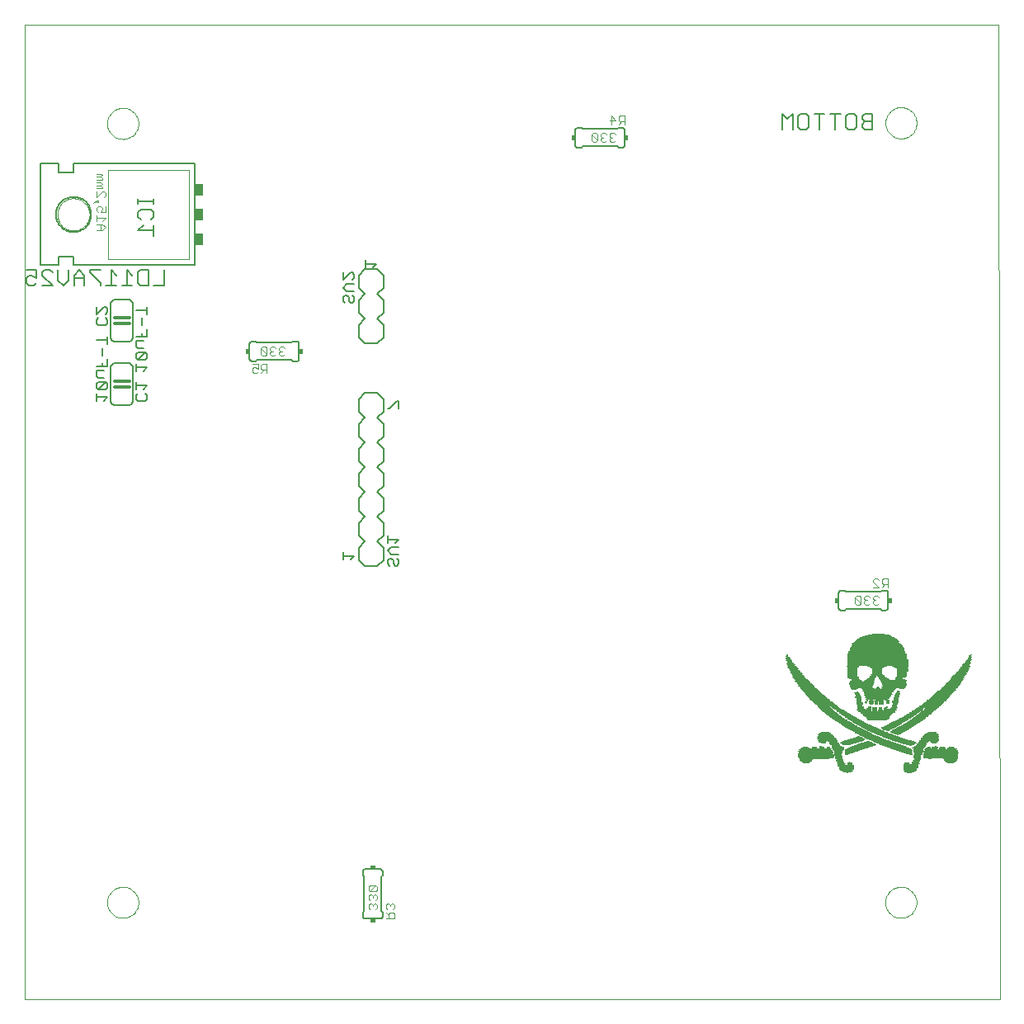
<source format=gbo>
G75*
%MOIN*%
%OFA0B0*%
%FSLAX24Y24*%
%IPPOS*%
%LPD*%
%AMOC8*
5,1,8,0,0,1.08239X$1,22.5*
%
%ADD10C,0.0000*%
%ADD11C,0.0060*%
%ADD12R,0.0066X0.0033*%
%ADD13R,0.0167X0.0033*%
%ADD14R,0.0334X0.0033*%
%ADD15R,0.0367X0.0033*%
%ADD16R,0.0466X0.0033*%
%ADD17R,0.0467X0.0033*%
%ADD18R,0.0500X0.0033*%
%ADD19R,0.0533X0.0033*%
%ADD20R,0.0567X0.0033*%
%ADD21R,0.0566X0.0033*%
%ADD22R,0.0600X0.0033*%
%ADD23R,0.0566X0.0033*%
%ADD24R,0.0600X0.0033*%
%ADD25R,0.0634X0.0033*%
%ADD26R,0.0633X0.0033*%
%ADD27R,0.0634X0.0033*%
%ADD28R,0.0633X0.0033*%
%ADD29R,0.0300X0.0033*%
%ADD30R,0.0233X0.0033*%
%ADD31R,0.0333X0.0033*%
%ADD32R,0.0233X0.0033*%
%ADD33R,0.0234X0.0033*%
%ADD34R,0.0267X0.0033*%
%ADD35R,0.0333X0.0033*%
%ADD36R,0.0033X0.0033*%
%ADD37R,0.0400X0.0033*%
%ADD38R,0.0434X0.0033*%
%ADD39R,0.0300X0.0033*%
%ADD40R,0.0266X0.0033*%
%ADD41R,0.0266X0.0033*%
%ADD42R,0.1200X0.0033*%
%ADD43R,0.0267X0.0033*%
%ADD44R,0.0133X0.0033*%
%ADD45R,0.1400X0.0033*%
%ADD46R,0.1434X0.0033*%
%ADD47R,0.1434X0.0033*%
%ADD48R,0.1433X0.0033*%
%ADD49R,0.1467X0.0033*%
%ADD50R,0.1433X0.0033*%
%ADD51R,0.0133X0.0033*%
%ADD52R,0.0366X0.0033*%
%ADD53R,0.0433X0.0033*%
%ADD54R,0.0466X0.0033*%
%ADD55R,0.1367X0.0033*%
%ADD56R,0.1367X0.0033*%
%ADD57R,0.0366X0.0033*%
%ADD58R,0.0533X0.0033*%
%ADD59R,0.0367X0.0033*%
%ADD60R,0.1333X0.0033*%
%ADD61R,0.0666X0.0033*%
%ADD62R,0.1334X0.0033*%
%ADD63R,0.1300X0.0033*%
%ADD64R,0.0434X0.0033*%
%ADD65R,0.0700X0.0033*%
%ADD66R,0.0733X0.0033*%
%ADD67R,0.1267X0.0033*%
%ADD68R,0.0766X0.0033*%
%ADD69R,0.0800X0.0033*%
%ADD70R,0.0433X0.0033*%
%ADD71R,0.0500X0.0033*%
%ADD72R,0.0400X0.0033*%
%ADD73R,0.0166X0.0033*%
%ADD74R,0.0800X0.0033*%
%ADD75R,0.0833X0.0033*%
%ADD76R,0.0200X0.0033*%
%ADD77R,0.0134X0.0033*%
%ADD78R,0.0100X0.0033*%
%ADD79R,0.0866X0.0033*%
%ADD80R,0.0867X0.0033*%
%ADD81R,0.0067X0.0033*%
%ADD82R,0.0866X0.0033*%
%ADD83R,0.0834X0.0033*%
%ADD84R,0.0100X0.0033*%
%ADD85R,0.0700X0.0033*%
%ADD86R,0.0767X0.0033*%
%ADD87R,0.0667X0.0033*%
%ADD88R,0.0734X0.0033*%
%ADD89R,0.0334X0.0033*%
%ADD90R,0.0767X0.0033*%
%ADD91R,0.0166X0.0033*%
%ADD92R,0.0734X0.0033*%
%ADD93R,0.0567X0.0033*%
%ADD94R,0.0733X0.0033*%
%ADD95R,0.0667X0.0033*%
%ADD96R,0.0067X0.0033*%
%ADD97R,0.0534X0.0033*%
%ADD98R,0.0534X0.0033*%
%ADD99R,0.0467X0.0033*%
%ADD100R,0.0933X0.0033*%
%ADD101R,0.1033X0.0033*%
%ADD102R,0.1100X0.0033*%
%ADD103R,0.1134X0.0033*%
%ADD104R,0.1500X0.0033*%
%ADD105R,0.0167X0.0033*%
%ADD106R,0.0200X0.0033*%
%ADD107R,0.0867X0.0033*%
%ADD108R,0.0134X0.0033*%
%ADD109R,0.0066X0.0033*%
%ADD110R,0.0833X0.0033*%
%ADD111R,0.0234X0.0033*%
%ADD112R,0.0766X0.0033*%
%ADD113R,0.0900X0.0033*%
%ADD114R,0.0967X0.0033*%
%ADD115R,0.1000X0.0033*%
%ADD116R,0.1034X0.0033*%
%ADD117R,0.1133X0.0033*%
%ADD118R,0.1166X0.0033*%
%ADD119R,0.1234X0.0033*%
%ADD120R,0.1267X0.0033*%
%ADD121R,0.1333X0.0033*%
%ADD122R,0.0900X0.0033*%
%ADD123R,0.0967X0.0033*%
%ADD124R,0.0934X0.0033*%
%ADD125R,0.1000X0.0033*%
%ADD126R,0.1033X0.0033*%
%ADD127R,0.1067X0.0033*%
%ADD128R,0.2467X0.0033*%
%ADD129R,0.2467X0.0033*%
%ADD130R,0.2433X0.0033*%
%ADD131R,0.2433X0.0033*%
%ADD132R,0.2367X0.0033*%
%ADD133R,0.2367X0.0033*%
%ADD134R,0.2300X0.0033*%
%ADD135R,0.2300X0.0033*%
%ADD136R,0.2233X0.0033*%
%ADD137R,0.2233X0.0033*%
%ADD138R,0.2200X0.0033*%
%ADD139R,0.2167X0.0033*%
%ADD140R,0.2134X0.0033*%
%ADD141R,0.2066X0.0033*%
%ADD142R,0.2000X0.0033*%
%ADD143R,0.1967X0.0033*%
%ADD144R,0.1900X0.0033*%
%ADD145R,0.1833X0.0033*%
%ADD146R,0.1800X0.0033*%
%ADD147R,0.1734X0.0033*%
%ADD148R,0.1666X0.0033*%
%ADD149R,0.1567X0.0033*%
%ADD150R,0.1466X0.0033*%
%ADD151R,0.1233X0.0033*%
%ADD152C,0.0040*%
%ADD153R,0.0150X0.0200*%
%ADD154R,0.0200X0.0150*%
%ADD155C,0.0050*%
%ADD156C,0.0020*%
%ADD157R,0.0350X0.0500*%
%ADD158C,0.0070*%
%ADD159C,0.0120*%
D10*
X000100Y000100D02*
X000100Y039496D01*
X039464Y039496D01*
X039503Y000100D01*
X000100Y000100D01*
X003445Y004029D02*
X003447Y004079D01*
X003453Y004129D01*
X003463Y004178D01*
X003477Y004226D01*
X003494Y004273D01*
X003515Y004318D01*
X003540Y004362D01*
X003568Y004403D01*
X003600Y004442D01*
X003634Y004479D01*
X003671Y004513D01*
X003711Y004543D01*
X003753Y004570D01*
X003797Y004594D01*
X003843Y004615D01*
X003890Y004631D01*
X003938Y004644D01*
X003988Y004653D01*
X004037Y004658D01*
X004088Y004659D01*
X004138Y004656D01*
X004187Y004649D01*
X004236Y004638D01*
X004284Y004623D01*
X004330Y004605D01*
X004375Y004583D01*
X004418Y004557D01*
X004459Y004528D01*
X004498Y004496D01*
X004534Y004461D01*
X004566Y004423D01*
X004596Y004383D01*
X004623Y004340D01*
X004646Y004296D01*
X004665Y004250D01*
X004681Y004202D01*
X004693Y004153D01*
X004701Y004104D01*
X004705Y004054D01*
X004705Y004004D01*
X004701Y003954D01*
X004693Y003905D01*
X004681Y003856D01*
X004665Y003808D01*
X004646Y003762D01*
X004623Y003718D01*
X004596Y003675D01*
X004566Y003635D01*
X004534Y003597D01*
X004498Y003562D01*
X004459Y003530D01*
X004418Y003501D01*
X004375Y003475D01*
X004330Y003453D01*
X004284Y003435D01*
X004236Y003420D01*
X004187Y003409D01*
X004138Y003402D01*
X004088Y003399D01*
X004037Y003400D01*
X003988Y003405D01*
X003938Y003414D01*
X003890Y003427D01*
X003843Y003443D01*
X003797Y003464D01*
X003753Y003488D01*
X003711Y003515D01*
X003671Y003545D01*
X003634Y003579D01*
X003600Y003616D01*
X003568Y003655D01*
X003540Y003696D01*
X003515Y003740D01*
X003494Y003785D01*
X003477Y003832D01*
X003463Y003880D01*
X003453Y003929D01*
X003447Y003979D01*
X003445Y004029D01*
X001435Y031818D02*
X001437Y031868D01*
X001443Y031918D01*
X001453Y031968D01*
X001466Y032016D01*
X001483Y032064D01*
X001504Y032110D01*
X001528Y032154D01*
X001556Y032196D01*
X001587Y032236D01*
X001621Y032273D01*
X001658Y032308D01*
X001697Y032339D01*
X001738Y032368D01*
X001782Y032393D01*
X001828Y032415D01*
X001875Y032433D01*
X001923Y032447D01*
X001972Y032458D01*
X002022Y032465D01*
X002072Y032468D01*
X002123Y032467D01*
X002173Y032462D01*
X002223Y032453D01*
X002271Y032441D01*
X002319Y032424D01*
X002365Y032404D01*
X002410Y032381D01*
X002453Y032354D01*
X002493Y032324D01*
X002531Y032291D01*
X002566Y032255D01*
X002599Y032216D01*
X002628Y032175D01*
X002654Y032132D01*
X002677Y032087D01*
X002696Y032040D01*
X002711Y031992D01*
X002723Y031943D01*
X002731Y031893D01*
X002735Y031843D01*
X002735Y031793D01*
X002731Y031743D01*
X002723Y031693D01*
X002711Y031644D01*
X002696Y031596D01*
X002677Y031549D01*
X002654Y031504D01*
X002628Y031461D01*
X002599Y031420D01*
X002566Y031381D01*
X002531Y031345D01*
X002493Y031312D01*
X002453Y031282D01*
X002410Y031255D01*
X002365Y031232D01*
X002319Y031212D01*
X002271Y031195D01*
X002223Y031183D01*
X002173Y031174D01*
X002123Y031169D01*
X002072Y031168D01*
X002022Y031171D01*
X001972Y031178D01*
X001923Y031189D01*
X001875Y031203D01*
X001828Y031221D01*
X001782Y031243D01*
X001738Y031268D01*
X001697Y031297D01*
X001658Y031328D01*
X001621Y031363D01*
X001587Y031400D01*
X001556Y031440D01*
X001528Y031482D01*
X001504Y031526D01*
X001483Y031572D01*
X001466Y031620D01*
X001453Y031668D01*
X001443Y031718D01*
X001437Y031768D01*
X001435Y031818D01*
X003446Y035494D02*
X003448Y035544D01*
X003454Y035594D01*
X003464Y035643D01*
X003478Y035691D01*
X003495Y035738D01*
X003516Y035783D01*
X003541Y035827D01*
X003569Y035868D01*
X003601Y035907D01*
X003635Y035944D01*
X003672Y035978D01*
X003712Y036008D01*
X003754Y036035D01*
X003798Y036059D01*
X003844Y036080D01*
X003891Y036096D01*
X003939Y036109D01*
X003989Y036118D01*
X004038Y036123D01*
X004089Y036124D01*
X004139Y036121D01*
X004188Y036114D01*
X004237Y036103D01*
X004285Y036088D01*
X004331Y036070D01*
X004376Y036048D01*
X004419Y036022D01*
X004460Y035993D01*
X004499Y035961D01*
X004535Y035926D01*
X004567Y035888D01*
X004597Y035848D01*
X004624Y035805D01*
X004647Y035761D01*
X004666Y035715D01*
X004682Y035667D01*
X004694Y035618D01*
X004702Y035569D01*
X004706Y035519D01*
X004706Y035469D01*
X004702Y035419D01*
X004694Y035370D01*
X004682Y035321D01*
X004666Y035273D01*
X004647Y035227D01*
X004624Y035183D01*
X004597Y035140D01*
X004567Y035100D01*
X004535Y035062D01*
X004499Y035027D01*
X004460Y034995D01*
X004419Y034966D01*
X004376Y034940D01*
X004331Y034918D01*
X004285Y034900D01*
X004237Y034885D01*
X004188Y034874D01*
X004139Y034867D01*
X004089Y034864D01*
X004038Y034865D01*
X003989Y034870D01*
X003939Y034879D01*
X003891Y034892D01*
X003844Y034908D01*
X003798Y034929D01*
X003754Y034953D01*
X003712Y034980D01*
X003672Y035010D01*
X003635Y035044D01*
X003601Y035081D01*
X003569Y035120D01*
X003541Y035161D01*
X003516Y035205D01*
X003495Y035250D01*
X003478Y035297D01*
X003464Y035345D01*
X003454Y035394D01*
X003448Y035444D01*
X003446Y035494D01*
X034883Y035517D02*
X034885Y035567D01*
X034891Y035617D01*
X034901Y035666D01*
X034915Y035714D01*
X034932Y035761D01*
X034953Y035806D01*
X034978Y035850D01*
X035006Y035891D01*
X035038Y035930D01*
X035072Y035967D01*
X035109Y036001D01*
X035149Y036031D01*
X035191Y036058D01*
X035235Y036082D01*
X035281Y036103D01*
X035328Y036119D01*
X035376Y036132D01*
X035426Y036141D01*
X035475Y036146D01*
X035526Y036147D01*
X035576Y036144D01*
X035625Y036137D01*
X035674Y036126D01*
X035722Y036111D01*
X035768Y036093D01*
X035813Y036071D01*
X035856Y036045D01*
X035897Y036016D01*
X035936Y035984D01*
X035972Y035949D01*
X036004Y035911D01*
X036034Y035871D01*
X036061Y035828D01*
X036084Y035784D01*
X036103Y035738D01*
X036119Y035690D01*
X036131Y035641D01*
X036139Y035592D01*
X036143Y035542D01*
X036143Y035492D01*
X036139Y035442D01*
X036131Y035393D01*
X036119Y035344D01*
X036103Y035296D01*
X036084Y035250D01*
X036061Y035206D01*
X036034Y035163D01*
X036004Y035123D01*
X035972Y035085D01*
X035936Y035050D01*
X035897Y035018D01*
X035856Y034989D01*
X035813Y034963D01*
X035768Y034941D01*
X035722Y034923D01*
X035674Y034908D01*
X035625Y034897D01*
X035576Y034890D01*
X035526Y034887D01*
X035475Y034888D01*
X035426Y034893D01*
X035376Y034902D01*
X035328Y034915D01*
X035281Y034931D01*
X035235Y034952D01*
X035191Y034976D01*
X035149Y035003D01*
X035109Y035033D01*
X035072Y035067D01*
X035038Y035104D01*
X035006Y035143D01*
X034978Y035184D01*
X034953Y035228D01*
X034932Y035273D01*
X034915Y035320D01*
X034901Y035368D01*
X034891Y035417D01*
X034885Y035467D01*
X034883Y035517D01*
X034876Y004029D02*
X034878Y004079D01*
X034884Y004129D01*
X034894Y004178D01*
X034908Y004226D01*
X034925Y004273D01*
X034946Y004318D01*
X034971Y004362D01*
X034999Y004403D01*
X035031Y004442D01*
X035065Y004479D01*
X035102Y004513D01*
X035142Y004543D01*
X035184Y004570D01*
X035228Y004594D01*
X035274Y004615D01*
X035321Y004631D01*
X035369Y004644D01*
X035419Y004653D01*
X035468Y004658D01*
X035519Y004659D01*
X035569Y004656D01*
X035618Y004649D01*
X035667Y004638D01*
X035715Y004623D01*
X035761Y004605D01*
X035806Y004583D01*
X035849Y004557D01*
X035890Y004528D01*
X035929Y004496D01*
X035965Y004461D01*
X035997Y004423D01*
X036027Y004383D01*
X036054Y004340D01*
X036077Y004296D01*
X036096Y004250D01*
X036112Y004202D01*
X036124Y004153D01*
X036132Y004104D01*
X036136Y004054D01*
X036136Y004004D01*
X036132Y003954D01*
X036124Y003905D01*
X036112Y003856D01*
X036096Y003808D01*
X036077Y003762D01*
X036054Y003718D01*
X036027Y003675D01*
X035997Y003635D01*
X035965Y003597D01*
X035929Y003562D01*
X035890Y003530D01*
X035849Y003501D01*
X035806Y003475D01*
X035761Y003453D01*
X035715Y003435D01*
X035667Y003420D01*
X035618Y003409D01*
X035569Y003402D01*
X035519Y003399D01*
X035468Y003400D01*
X035419Y003405D01*
X035369Y003414D01*
X035321Y003427D01*
X035274Y003443D01*
X035228Y003464D01*
X035184Y003488D01*
X035142Y003515D01*
X035102Y003545D01*
X035065Y003579D01*
X035031Y003616D01*
X034999Y003655D01*
X034971Y003696D01*
X034946Y003740D01*
X034925Y003785D01*
X034908Y003832D01*
X034894Y003880D01*
X034884Y003929D01*
X034878Y003979D01*
X034876Y004029D01*
D11*
X034893Y015830D02*
X034743Y015830D01*
X034693Y015880D01*
X033293Y015880D01*
X033243Y015830D01*
X033093Y015830D01*
X033076Y015832D01*
X033059Y015836D01*
X033043Y015843D01*
X033029Y015853D01*
X033016Y015866D01*
X033006Y015880D01*
X032999Y015896D01*
X032995Y015913D01*
X032993Y015930D01*
X032993Y016530D01*
X032995Y016547D01*
X032999Y016564D01*
X033006Y016580D01*
X033016Y016594D01*
X033029Y016607D01*
X033043Y016617D01*
X033059Y016624D01*
X033076Y016628D01*
X033093Y016630D01*
X033243Y016630D01*
X033293Y016580D01*
X034693Y016580D01*
X034743Y016630D01*
X034893Y016630D01*
X034910Y016628D01*
X034927Y016624D01*
X034943Y016617D01*
X034957Y016607D01*
X034970Y016594D01*
X034980Y016580D01*
X034987Y016564D01*
X034991Y016547D01*
X034993Y016530D01*
X034993Y015930D01*
X034991Y015913D01*
X034987Y015896D01*
X034980Y015880D01*
X034970Y015866D01*
X034957Y015853D01*
X034943Y015843D01*
X034927Y015836D01*
X034910Y015832D01*
X034893Y015830D01*
X024253Y034519D02*
X024103Y034519D01*
X024053Y034569D01*
X022653Y034569D01*
X022603Y034519D01*
X022453Y034519D01*
X022436Y034521D01*
X022419Y034525D01*
X022403Y034532D01*
X022389Y034542D01*
X022376Y034555D01*
X022366Y034569D01*
X022359Y034585D01*
X022355Y034602D01*
X022353Y034619D01*
X022353Y035219D01*
X022355Y035236D01*
X022359Y035253D01*
X022366Y035269D01*
X022376Y035283D01*
X022389Y035296D01*
X022403Y035306D01*
X022419Y035313D01*
X022436Y035317D01*
X022453Y035319D01*
X022603Y035319D01*
X022653Y035269D01*
X024053Y035269D01*
X024103Y035319D01*
X024253Y035319D01*
X024270Y035317D01*
X024287Y035313D01*
X024303Y035306D01*
X024317Y035296D01*
X024330Y035283D01*
X024340Y035269D01*
X024347Y035253D01*
X024351Y035236D01*
X024353Y035219D01*
X024353Y034619D01*
X024351Y034602D01*
X024347Y034585D01*
X024340Y034569D01*
X024330Y034555D01*
X024317Y034542D01*
X024303Y034532D01*
X024287Y034525D01*
X024270Y034521D01*
X024253Y034519D01*
X030712Y035248D02*
X030712Y035889D01*
X030925Y035675D01*
X031139Y035889D01*
X031139Y035248D01*
X031356Y035355D02*
X031356Y035782D01*
X031463Y035889D01*
X031676Y035889D01*
X031783Y035782D01*
X031783Y035355D01*
X031676Y035248D01*
X031463Y035248D01*
X031356Y035355D01*
X032001Y035889D02*
X032428Y035889D01*
X032214Y035889D02*
X032214Y035248D01*
X032859Y035248D02*
X032859Y035889D01*
X033072Y035889D02*
X032645Y035889D01*
X033290Y035782D02*
X033290Y035355D01*
X033397Y035248D01*
X033610Y035248D01*
X033717Y035355D01*
X033717Y035782D01*
X033610Y035889D01*
X033397Y035889D01*
X033290Y035782D01*
X033934Y035782D02*
X033934Y035675D01*
X034041Y035568D01*
X034361Y035568D01*
X034361Y035248D02*
X034041Y035248D01*
X033934Y035355D01*
X033934Y035462D01*
X034041Y035568D01*
X033934Y035782D02*
X034041Y035889D01*
X034361Y035889D01*
X034361Y035248D01*
X014600Y029350D02*
X014600Y028850D01*
X014350Y028600D01*
X014600Y028350D01*
X014600Y027850D01*
X014350Y027600D01*
X014600Y027350D01*
X014600Y026850D01*
X014350Y026600D01*
X013850Y026600D01*
X013600Y026850D01*
X013600Y027350D01*
X013850Y027600D01*
X013600Y027850D01*
X013600Y028350D01*
X013850Y028600D01*
X013600Y028850D01*
X013600Y029350D01*
X013850Y029600D01*
X014350Y029600D01*
X014600Y029350D01*
X011198Y026595D02*
X011198Y025995D01*
X011196Y025978D01*
X011192Y025961D01*
X011185Y025945D01*
X011175Y025931D01*
X011162Y025918D01*
X011148Y025908D01*
X011132Y025901D01*
X011115Y025897D01*
X011098Y025895D01*
X010948Y025895D01*
X010898Y025945D01*
X009498Y025945D01*
X009448Y025895D01*
X009298Y025895D01*
X009281Y025897D01*
X009264Y025901D01*
X009248Y025908D01*
X009234Y025918D01*
X009221Y025931D01*
X009211Y025945D01*
X009204Y025961D01*
X009200Y025978D01*
X009198Y025995D01*
X009198Y026595D01*
X009200Y026612D01*
X009204Y026629D01*
X009211Y026645D01*
X009221Y026659D01*
X009234Y026672D01*
X009248Y026682D01*
X009264Y026689D01*
X009281Y026693D01*
X009298Y026695D01*
X009448Y026695D01*
X009498Y026645D01*
X010898Y026645D01*
X010948Y026695D01*
X011098Y026695D01*
X011115Y026693D01*
X011132Y026689D01*
X011148Y026682D01*
X011162Y026672D01*
X011175Y026659D01*
X011185Y026645D01*
X011192Y026629D01*
X011196Y026612D01*
X011198Y026595D01*
X013600Y024350D02*
X013600Y023850D01*
X013850Y023600D01*
X013600Y023350D01*
X013600Y022850D01*
X013850Y022600D01*
X013600Y022350D01*
X013600Y021850D01*
X013850Y021600D01*
X013600Y021350D01*
X013600Y020850D01*
X013850Y020600D01*
X013600Y020350D01*
X013600Y019850D01*
X013850Y019600D01*
X013600Y019350D01*
X013600Y018850D01*
X013850Y018600D01*
X013600Y018350D01*
X013600Y017850D01*
X013850Y017600D01*
X014350Y017600D01*
X014600Y017850D01*
X014600Y018350D01*
X014350Y018600D01*
X014600Y018850D01*
X014600Y019350D01*
X014350Y019600D01*
X014600Y019850D01*
X014600Y020350D01*
X014350Y020600D01*
X014600Y020850D01*
X014600Y021350D01*
X014350Y021600D01*
X014600Y021850D01*
X014600Y022350D01*
X014350Y022600D01*
X014600Y022850D01*
X014600Y023350D01*
X014350Y023600D01*
X014600Y023850D01*
X014600Y024350D01*
X014350Y024600D01*
X013850Y024600D01*
X013600Y024350D01*
X006985Y029768D02*
X002085Y029768D01*
X002085Y030118D01*
X001485Y030118D01*
X001485Y029768D01*
X000735Y029768D01*
X000735Y033868D01*
X001485Y033868D01*
X001485Y033518D01*
X002085Y033518D01*
X002085Y033868D01*
X006985Y033868D01*
X006985Y029768D01*
X004483Y028181D02*
X004483Y026881D01*
X004481Y026855D01*
X004476Y026829D01*
X004468Y026804D01*
X004456Y026781D01*
X004442Y026759D01*
X004424Y026740D01*
X004405Y026722D01*
X004383Y026708D01*
X004360Y026696D01*
X004335Y026688D01*
X004309Y026683D01*
X004283Y026681D01*
X003783Y026681D01*
X003757Y026683D01*
X003731Y026688D01*
X003706Y026696D01*
X003683Y026708D01*
X003661Y026722D01*
X003642Y026740D01*
X003624Y026759D01*
X003610Y026781D01*
X003598Y026804D01*
X003590Y026829D01*
X003585Y026855D01*
X003583Y026881D01*
X003583Y028181D01*
X003585Y028207D01*
X003590Y028233D01*
X003598Y028258D01*
X003610Y028281D01*
X003624Y028303D01*
X003642Y028322D01*
X003661Y028340D01*
X003683Y028354D01*
X003706Y028366D01*
X003731Y028374D01*
X003757Y028379D01*
X003783Y028381D01*
X004283Y028381D01*
X004309Y028379D01*
X004335Y028374D01*
X004360Y028366D01*
X004383Y028354D01*
X004405Y028340D01*
X004424Y028322D01*
X004442Y028303D01*
X004456Y028281D01*
X004468Y028258D01*
X004476Y028233D01*
X004481Y028207D01*
X004483Y028181D01*
X004283Y025814D02*
X003783Y025814D01*
X003757Y025812D01*
X003731Y025807D01*
X003706Y025799D01*
X003683Y025787D01*
X003661Y025773D01*
X003642Y025755D01*
X003624Y025736D01*
X003610Y025714D01*
X003598Y025691D01*
X003590Y025666D01*
X003585Y025640D01*
X003583Y025614D01*
X003583Y024314D01*
X003585Y024288D01*
X003590Y024262D01*
X003598Y024237D01*
X003610Y024214D01*
X003624Y024192D01*
X003642Y024173D01*
X003661Y024155D01*
X003683Y024141D01*
X003706Y024129D01*
X003731Y024121D01*
X003757Y024116D01*
X003783Y024114D01*
X004283Y024114D01*
X004309Y024116D01*
X004335Y024121D01*
X004360Y024129D01*
X004383Y024141D01*
X004405Y024155D01*
X004424Y024173D01*
X004442Y024192D01*
X004456Y024214D01*
X004468Y024237D01*
X004476Y024262D01*
X004481Y024288D01*
X004483Y024314D01*
X004483Y025614D01*
X004481Y025640D01*
X004476Y025666D01*
X004468Y025691D01*
X004456Y025714D01*
X004442Y025736D01*
X004424Y025755D01*
X004405Y025773D01*
X004383Y025787D01*
X004360Y025799D01*
X004335Y025807D01*
X004309Y025812D01*
X004283Y025814D01*
X001375Y031818D02*
X001377Y031871D01*
X001383Y031924D01*
X001393Y031976D01*
X001407Y032027D01*
X001424Y032077D01*
X001445Y032126D01*
X001470Y032173D01*
X001498Y032218D01*
X001530Y032261D01*
X001565Y032301D01*
X001602Y032338D01*
X001642Y032373D01*
X001685Y032405D01*
X001730Y032433D01*
X001777Y032458D01*
X001826Y032479D01*
X001876Y032496D01*
X001927Y032510D01*
X001979Y032520D01*
X002032Y032526D01*
X002085Y032528D01*
X002138Y032526D01*
X002191Y032520D01*
X002243Y032510D01*
X002294Y032496D01*
X002344Y032479D01*
X002393Y032458D01*
X002440Y032433D01*
X002485Y032405D01*
X002528Y032373D01*
X002568Y032338D01*
X002605Y032301D01*
X002640Y032261D01*
X002672Y032218D01*
X002700Y032173D01*
X002725Y032126D01*
X002746Y032077D01*
X002763Y032027D01*
X002777Y031976D01*
X002787Y031924D01*
X002793Y031871D01*
X002795Y031818D01*
X002793Y031765D01*
X002787Y031712D01*
X002777Y031660D01*
X002763Y031609D01*
X002746Y031559D01*
X002725Y031510D01*
X002700Y031463D01*
X002672Y031418D01*
X002640Y031375D01*
X002605Y031335D01*
X002568Y031298D01*
X002528Y031263D01*
X002485Y031231D01*
X002440Y031203D01*
X002393Y031178D01*
X002344Y031157D01*
X002294Y031140D01*
X002243Y031126D01*
X002191Y031116D01*
X002138Y031110D01*
X002085Y031108D01*
X002032Y031110D01*
X001979Y031116D01*
X001927Y031126D01*
X001876Y031140D01*
X001826Y031157D01*
X001777Y031178D01*
X001730Y031203D01*
X001685Y031231D01*
X001642Y031263D01*
X001602Y031298D01*
X001565Y031335D01*
X001530Y031375D01*
X001498Y031418D01*
X001470Y031463D01*
X001445Y031510D01*
X001424Y031559D01*
X001407Y031609D01*
X001393Y031660D01*
X001383Y031712D01*
X001377Y031765D01*
X001375Y031818D01*
X013871Y005372D02*
X014471Y005372D01*
X014488Y005370D01*
X014505Y005366D01*
X014521Y005359D01*
X014535Y005349D01*
X014548Y005336D01*
X014558Y005322D01*
X014565Y005306D01*
X014569Y005289D01*
X014571Y005272D01*
X014571Y005122D01*
X014521Y005072D01*
X014521Y003672D01*
X014571Y003622D01*
X014571Y003472D01*
X014569Y003455D01*
X014565Y003438D01*
X014558Y003422D01*
X014548Y003408D01*
X014535Y003395D01*
X014521Y003385D01*
X014505Y003378D01*
X014488Y003374D01*
X014471Y003372D01*
X013871Y003372D01*
X013854Y003374D01*
X013837Y003378D01*
X013821Y003385D01*
X013807Y003395D01*
X013794Y003408D01*
X013784Y003422D01*
X013777Y003438D01*
X013773Y003455D01*
X013771Y003472D01*
X013771Y003622D01*
X013821Y003672D01*
X013821Y005072D01*
X013771Y005122D01*
X013771Y005272D01*
X013773Y005289D01*
X013777Y005306D01*
X013784Y005322D01*
X013794Y005336D01*
X013807Y005349D01*
X013821Y005359D01*
X013837Y005366D01*
X013854Y005370D01*
X013871Y005372D01*
D12*
X033335Y009248D03*
X034135Y012148D03*
X034135Y012181D03*
D13*
X034318Y012148D03*
X034318Y012081D03*
X034318Y012048D03*
X034451Y011881D03*
X034451Y011848D03*
X034451Y011781D03*
X034451Y011748D03*
X034218Y011848D03*
X034518Y012148D03*
X034718Y012148D03*
X034718Y012181D03*
X034718Y012081D03*
X034718Y012048D03*
X034951Y012181D03*
X033718Y012481D03*
X032018Y010281D03*
X033451Y009648D03*
X035751Y009648D03*
X035851Y009248D03*
X036618Y010248D03*
X030951Y013848D03*
X030951Y013881D03*
D14*
X033035Y011781D03*
X032435Y010881D03*
X031635Y010248D03*
X033335Y009281D03*
X038135Y013548D03*
D15*
X036151Y011748D03*
X036051Y011681D03*
X035851Y011548D03*
X036418Y010481D03*
X036351Y010381D03*
X036218Y010148D03*
X036218Y010081D03*
X035851Y009281D03*
X033318Y011581D03*
X033218Y011648D03*
X032818Y010448D03*
X032851Y010381D03*
X034251Y012981D03*
X034818Y013048D03*
X031151Y013481D03*
D16*
X033335Y010414D03*
X033335Y009314D03*
D17*
X032968Y010214D03*
X033768Y011314D03*
X033568Y013114D03*
X033568Y013514D03*
X035568Y013414D03*
X037901Y013214D03*
X037501Y009714D03*
X035868Y009314D03*
D18*
X036218Y010248D03*
X036285Y011481D03*
X036385Y011548D03*
X036418Y011581D03*
X036518Y011648D03*
X036552Y011681D03*
X036618Y011748D03*
X036752Y011848D03*
X035385Y011281D03*
X035318Y011248D03*
X035052Y011748D03*
X033885Y011248D03*
X033818Y011281D03*
X033118Y011348D03*
X032985Y011448D03*
X032918Y011481D03*
X032852Y011548D03*
X032785Y011581D03*
X032718Y011648D03*
X032685Y011681D03*
X032585Y011748D03*
X032552Y011781D03*
X032485Y011848D03*
X032452Y011881D03*
X031452Y013048D03*
X031418Y013081D03*
X033585Y013548D03*
X033718Y012948D03*
X034552Y013481D03*
X035552Y013481D03*
X034618Y014848D03*
X037785Y013048D03*
X037852Y013148D03*
X037885Y013181D03*
X034152Y010448D03*
X032985Y010281D03*
X032985Y010248D03*
X033318Y009348D03*
X031685Y009748D03*
D19*
X033068Y011381D03*
X033268Y011248D03*
X034001Y011181D03*
X034068Y011148D03*
X034968Y011048D03*
X035201Y011181D03*
X035068Y011781D03*
X036001Y011281D03*
X036101Y011348D03*
X037501Y009781D03*
X037501Y009748D03*
X035868Y009348D03*
X034168Y012648D03*
X034568Y013181D03*
X031501Y012981D03*
X037701Y012948D03*
X037801Y013081D03*
D20*
X037651Y012881D03*
X037618Y012848D03*
X035651Y011081D03*
X034018Y011781D03*
X033451Y011148D03*
X033551Y011081D03*
X033618Y011048D03*
X032451Y010781D03*
X033318Y009381D03*
X031518Y012948D03*
D21*
X031585Y012881D03*
X033385Y011181D03*
X031685Y009781D03*
X035885Y009381D03*
X035785Y011148D03*
D22*
X035368Y010914D03*
X034335Y011014D03*
X033868Y010914D03*
X033668Y011014D03*
X033302Y009414D03*
X031635Y012814D03*
X034535Y013514D03*
X037602Y012814D03*
X037502Y009814D03*
D23*
X035885Y009414D03*
X035685Y010114D03*
X035885Y011214D03*
X035085Y011114D03*
X033485Y011114D03*
X037685Y012914D03*
D24*
X037568Y012781D03*
X037535Y012748D03*
X036735Y010781D03*
X035602Y011048D03*
X035435Y010948D03*
X035002Y011081D03*
X034402Y010981D03*
X034268Y011048D03*
X034202Y011081D03*
X033935Y010881D03*
X033802Y010948D03*
X033735Y010981D03*
X032468Y010748D03*
X033302Y009481D03*
X033302Y009448D03*
X035902Y009448D03*
X035902Y009481D03*
X035002Y012648D03*
X031668Y012781D03*
X031602Y012848D03*
D25*
X033285Y009514D03*
D26*
X034051Y010814D03*
X034551Y010914D03*
X035918Y009514D03*
X037418Y012614D03*
X037518Y012714D03*
X031718Y012714D03*
D27*
X031685Y012748D03*
X031785Y012648D03*
X033385Y010448D03*
X033985Y010848D03*
X034185Y010748D03*
X034485Y010948D03*
X035485Y010981D03*
X037485Y012681D03*
X035485Y013548D03*
X033285Y009548D03*
D28*
X033551Y010148D03*
X034118Y010781D03*
X034718Y010848D03*
X035918Y009581D03*
X035918Y009548D03*
X036718Y010748D03*
X037451Y012648D03*
X031751Y012681D03*
D29*
X031085Y013581D03*
X031052Y013648D03*
X032885Y011881D03*
X032918Y011848D03*
X033652Y012648D03*
X034318Y013048D03*
X034718Y013148D03*
X035452Y013081D03*
X035452Y013048D03*
X036285Y011848D03*
X034952Y010981D03*
X036185Y009948D03*
X036185Y009881D03*
X036185Y009848D03*
X036152Y009748D03*
X036118Y009681D03*
X036118Y009648D03*
X037552Y010248D03*
X038152Y013581D03*
X038185Y013648D03*
X032985Y009981D03*
X032985Y009948D03*
X033018Y009881D03*
X033018Y009848D03*
X033052Y009748D03*
X033085Y009648D03*
X033118Y009581D03*
X032352Y010481D03*
D30*
X032318Y010248D03*
X032018Y010248D03*
X033451Y009581D03*
X033851Y011948D03*
X033851Y011981D03*
X033818Y012148D03*
X033818Y012181D03*
X035251Y011981D03*
X035251Y011948D03*
X035318Y012248D03*
X035318Y012281D03*
X035351Y012381D03*
X037551Y010281D03*
X038218Y013748D03*
X031018Y013748D03*
D31*
X031068Y013614D03*
X033901Y011814D03*
X033101Y009614D03*
X036101Y009614D03*
X036201Y010014D03*
X036101Y011714D03*
D32*
X035251Y011914D03*
X035318Y012214D03*
X033818Y012214D03*
X033818Y012114D03*
X033351Y010014D03*
X033451Y009614D03*
X035751Y009614D03*
X038218Y013714D03*
X031018Y013714D03*
D33*
X030985Y013781D03*
X033785Y012281D03*
X034385Y013148D03*
X035285Y012148D03*
X035285Y012081D03*
X036885Y010281D03*
X036885Y010248D03*
X037185Y010248D03*
X031685Y009648D03*
D34*
X033068Y009681D03*
X033801Y010681D03*
X033868Y011848D03*
X033868Y011881D03*
X035201Y011848D03*
X036168Y009781D03*
X037501Y009648D03*
X038201Y013681D03*
D35*
X036201Y011781D03*
X036001Y011648D03*
X036768Y010881D03*
X036201Y010048D03*
X036201Y009981D03*
X035868Y010381D03*
X034168Y010481D03*
X033301Y010381D03*
X033401Y010048D03*
X032968Y010048D03*
X031668Y009681D03*
X033068Y011748D03*
X033168Y011681D03*
X034768Y013081D03*
X031101Y013548D03*
D36*
X034118Y012048D03*
X035651Y013081D03*
X033451Y009681D03*
D37*
X032968Y010148D03*
X033768Y010648D03*
X033535Y011448D03*
X033368Y011548D03*
X033702Y012981D03*
X033535Y013281D03*
X033535Y013348D03*
X033535Y013381D03*
X034535Y013381D03*
X034535Y013348D03*
X035535Y013181D03*
X035535Y013148D03*
X035902Y011581D03*
X035735Y011481D03*
X035335Y010848D03*
X036302Y010348D03*
X037502Y009681D03*
X038002Y013348D03*
X038035Y013381D03*
X038068Y013448D03*
X031235Y013348D03*
X031202Y013381D03*
X031168Y013448D03*
D38*
X033585Y011414D03*
X031685Y009714D03*
X036285Y010314D03*
X037985Y013314D03*
D39*
X038152Y013614D03*
X035185Y011814D03*
X034752Y013114D03*
X032985Y011814D03*
X032852Y011914D03*
X032985Y010014D03*
X033018Y009914D03*
X033018Y009814D03*
X033052Y009714D03*
X036185Y009914D03*
D40*
X036135Y009714D03*
X035835Y010014D03*
X033835Y012014D03*
D41*
X033835Y012048D03*
X033835Y012081D03*
X034335Y013081D03*
X035235Y011881D03*
X036835Y010481D03*
X033035Y009781D03*
X031035Y013681D03*
D42*
X034602Y012514D03*
X034535Y011614D03*
X032002Y009814D03*
D43*
X033868Y011914D03*
X034368Y013114D03*
X035368Y010814D03*
X036168Y009814D03*
X037168Y010214D03*
D44*
X036668Y009814D03*
X034668Y011814D03*
X034501Y012014D03*
X034501Y012114D03*
X034301Y012014D03*
X034968Y012114D03*
X035401Y012514D03*
X038301Y013914D03*
D45*
X034568Y011681D03*
X037135Y010048D03*
X037102Y009881D03*
X037102Y009848D03*
X032068Y009848D03*
X032068Y010048D03*
X032068Y010081D03*
D46*
X032085Y009881D03*
D47*
X032085Y009914D03*
D48*
X032051Y010014D03*
X037118Y010014D03*
X037118Y009914D03*
D49*
X032068Y009948D03*
X032068Y009981D03*
D50*
X037118Y009981D03*
X037118Y009948D03*
D51*
X035901Y009981D03*
X034968Y010948D03*
X034668Y011848D03*
X034668Y011881D03*
X034901Y011881D03*
X034968Y012048D03*
X034968Y012081D03*
X034968Y012148D03*
X034501Y012081D03*
X034501Y012048D03*
X034301Y012181D03*
X034568Y012681D03*
X033301Y009981D03*
X032568Y010281D03*
D52*
X032785Y010481D03*
X032885Y010348D03*
X032985Y010081D03*
X035785Y010048D03*
X036385Y010448D03*
X038085Y013481D03*
D53*
X037951Y013281D03*
X035551Y013281D03*
X035551Y013248D03*
X034551Y013248D03*
X034551Y013281D03*
X034551Y013448D03*
X034218Y012948D03*
X033618Y013048D03*
X033551Y013148D03*
X033551Y013181D03*
X033551Y013248D03*
X033551Y013448D03*
X033551Y013481D03*
X036751Y010848D03*
X036218Y010181D03*
X033451Y010081D03*
D54*
X032435Y010848D03*
X033635Y011381D03*
X031335Y013181D03*
X035735Y010081D03*
X036235Y010281D03*
X037935Y013248D03*
D55*
X037118Y010081D03*
D56*
X037118Y010114D03*
X034551Y014714D03*
X032051Y010114D03*
D57*
X032985Y010114D03*
X033685Y013014D03*
X034285Y013014D03*
X031185Y013414D03*
D58*
X031468Y013014D03*
X033168Y011314D03*
X033501Y010114D03*
X035268Y011214D03*
X036201Y011414D03*
X036468Y011614D03*
X037768Y013014D03*
D59*
X038118Y013514D03*
X035951Y011614D03*
X036351Y010414D03*
X036218Y010114D03*
X033118Y011714D03*
X032751Y010514D03*
X032818Y010414D03*
X031118Y013514D03*
D60*
X032068Y010148D03*
D61*
X034335Y010681D03*
X034635Y010881D03*
X035635Y010148D03*
X031935Y012481D03*
X031835Y012581D03*
D62*
X037135Y010148D03*
D63*
X037118Y010181D03*
X034552Y011648D03*
X032052Y010181D03*
D64*
X032985Y010181D03*
X033485Y011481D03*
X033585Y013081D03*
X031285Y013281D03*
X035685Y011448D03*
D65*
X035452Y010581D03*
X035252Y010648D03*
X035152Y010681D03*
X034585Y010581D03*
X034418Y010648D03*
X033718Y010581D03*
X033618Y010181D03*
X032485Y010681D03*
X036685Y010648D03*
X037152Y012348D03*
X037185Y012381D03*
X037252Y012448D03*
X037285Y012481D03*
X037352Y012548D03*
D66*
X037068Y012281D03*
X036668Y010581D03*
X035568Y010181D03*
X034668Y010548D03*
X032501Y010648D03*
X032068Y012348D03*
D67*
X032068Y010214D03*
D68*
X033685Y010214D03*
X036885Y012114D03*
D69*
X036768Y012014D03*
X035002Y010414D03*
X035502Y010214D03*
X032335Y012114D03*
D70*
X031318Y013214D03*
X031251Y013314D03*
X033551Y013214D03*
X034851Y013014D03*
X035551Y013314D03*
X035618Y011414D03*
X034951Y011014D03*
X036218Y010214D03*
X032918Y010314D03*
D71*
X032452Y010814D03*
X032885Y011514D03*
X033018Y011414D03*
X032752Y011614D03*
X032618Y011714D03*
X032518Y011814D03*
X032418Y011914D03*
X031385Y013114D03*
X033952Y011214D03*
X035452Y011314D03*
X035852Y010414D03*
X036752Y010214D03*
X036585Y011714D03*
X036718Y011814D03*
X037818Y013114D03*
X034552Y013214D03*
D72*
X034535Y013314D03*
X034535Y013414D03*
X035502Y013114D03*
X035468Y013014D03*
X035535Y013214D03*
X035802Y011514D03*
X036435Y010514D03*
X037568Y010214D03*
X038035Y013414D03*
X033535Y013414D03*
X033535Y013314D03*
X033268Y011614D03*
X033435Y011514D03*
D73*
X034885Y011848D03*
X035385Y012481D03*
X038285Y013848D03*
X038285Y013881D03*
X032585Y010248D03*
D74*
X033768Y010248D03*
X032535Y011948D03*
X032502Y011981D03*
X032402Y012048D03*
X032368Y012081D03*
X036735Y011981D03*
X036802Y012048D03*
X036935Y012148D03*
D75*
X035451Y010248D03*
X035351Y010281D03*
X034118Y010381D03*
X033851Y010281D03*
D76*
X032368Y010448D03*
X032302Y010281D03*
X031635Y010281D03*
X033802Y012248D03*
X033768Y012348D03*
X033768Y012381D03*
X033735Y012448D03*
X034568Y012648D03*
X035335Y012348D03*
X035368Y012448D03*
X035535Y012648D03*
X035302Y012181D03*
X035268Y012048D03*
X034668Y011781D03*
X034668Y011748D03*
X036835Y010448D03*
X037168Y010281D03*
X038235Y013781D03*
D77*
X036635Y010281D03*
X034535Y012181D03*
X034235Y011881D03*
D78*
X034118Y012114D03*
X033818Y010714D03*
X032285Y010314D03*
D79*
X033935Y010314D03*
D80*
X034568Y011414D03*
X035268Y010314D03*
X034601Y014814D03*
D81*
X034568Y012714D03*
X036901Y010314D03*
X030901Y014014D03*
D82*
X034035Y010348D03*
D83*
X035085Y010381D03*
X035185Y010348D03*
X036685Y011948D03*
D84*
X035418Y012548D03*
X034118Y012081D03*
X035918Y010348D03*
X038318Y013948D03*
X038318Y013981D03*
X030918Y013948D03*
D85*
X032018Y012414D03*
X034152Y010414D03*
X034485Y010614D03*
X035352Y010614D03*
X037218Y012414D03*
X037318Y012514D03*
D86*
X036951Y012181D03*
X036851Y012081D03*
X036651Y010548D03*
X035551Y010548D03*
X034918Y010448D03*
X034818Y010481D03*
X034551Y011381D03*
X033618Y010548D03*
X032551Y010548D03*
X032251Y012181D03*
X034551Y013548D03*
D87*
X034868Y010781D03*
X034968Y010748D03*
X035801Y010448D03*
X036701Y010681D03*
X037401Y012581D03*
X031968Y012448D03*
X031868Y012548D03*
D88*
X032035Y012381D03*
X032135Y012281D03*
X032535Y010581D03*
X033435Y010481D03*
X035735Y010481D03*
X037035Y012248D03*
D89*
X036235Y011814D03*
X036835Y010514D03*
X032335Y010514D03*
D90*
X032518Y010614D03*
X033551Y010514D03*
X032218Y012214D03*
X035651Y010514D03*
D91*
X034185Y010514D03*
D92*
X034735Y010514D03*
D93*
X035551Y011014D03*
X035718Y011114D03*
X033751Y010614D03*
X031551Y012914D03*
X035518Y013514D03*
D94*
X037001Y012214D03*
X037101Y012314D03*
X036668Y010614D03*
X032101Y012314D03*
D95*
X031901Y012514D03*
X031801Y012614D03*
X032468Y010714D03*
X034268Y010714D03*
X034801Y010814D03*
X035068Y010714D03*
X036701Y010714D03*
D96*
X035368Y010781D03*
X030901Y013981D03*
D97*
X033335Y011214D03*
X034135Y011114D03*
X036035Y011314D03*
X036335Y011514D03*
X036735Y010814D03*
D98*
X036235Y011448D03*
X036135Y011381D03*
X035935Y011248D03*
X035835Y011181D03*
X035335Y010881D03*
X035135Y011148D03*
X034035Y011748D03*
X033235Y011281D03*
X037735Y012981D03*
D99*
X036668Y011781D03*
X035568Y011381D03*
X035501Y011348D03*
X033701Y011348D03*
X035568Y013348D03*
X035568Y013381D03*
X035568Y013448D03*
X031368Y013148D03*
X031301Y013248D03*
D100*
X033901Y012781D03*
X033901Y012748D03*
X034568Y012248D03*
X034568Y011481D03*
X034568Y011448D03*
X035201Y012681D03*
D101*
X035218Y012914D03*
X034551Y011514D03*
D102*
X034552Y011548D03*
X034585Y012381D03*
D103*
X034535Y011581D03*
D104*
X034552Y011714D03*
D105*
X034451Y011814D03*
X034218Y011814D03*
X034318Y012114D03*
X034718Y012114D03*
X034718Y012014D03*
X033618Y012614D03*
D106*
X033735Y012414D03*
X034902Y011814D03*
X035268Y012014D03*
X035335Y012314D03*
X035368Y012414D03*
X038268Y013814D03*
X030968Y013814D03*
D107*
X036601Y011881D03*
D108*
X034235Y011914D03*
X030935Y013914D03*
D109*
X033735Y012514D03*
X034935Y011914D03*
X038335Y014014D03*
D110*
X036651Y011914D03*
X032451Y012014D03*
D111*
X033785Y012314D03*
X035285Y012114D03*
D112*
X032285Y012148D03*
X032185Y012248D03*
D113*
X033918Y012714D03*
X034552Y012214D03*
D114*
X034551Y012281D03*
D115*
X034568Y012314D03*
X035235Y012814D03*
X033935Y012914D03*
X033902Y012814D03*
D116*
X034585Y012348D03*
D117*
X034601Y012414D03*
D118*
X034585Y012448D03*
X034585Y012481D03*
D119*
X034585Y012548D03*
D120*
X034601Y012581D03*
D121*
X034601Y012614D03*
D122*
X033952Y012681D03*
D123*
X035218Y012714D03*
D124*
X035235Y012748D03*
D125*
X035235Y012781D03*
X035235Y012848D03*
X033902Y012848D03*
X033902Y012881D03*
D126*
X035218Y012881D03*
D127*
X035201Y012948D03*
X035201Y012981D03*
X034568Y014781D03*
D128*
X034568Y013781D03*
X034568Y013748D03*
X034568Y013681D03*
X034568Y013648D03*
X034568Y013581D03*
D129*
X034568Y013614D03*
X034568Y013714D03*
X034568Y013814D03*
D130*
X034551Y013848D03*
X034551Y013881D03*
X034551Y013948D03*
D131*
X034551Y013914D03*
D132*
X034551Y013981D03*
X034551Y014048D03*
D133*
X034551Y014014D03*
D134*
X034552Y014081D03*
X034552Y014148D03*
D135*
X034552Y014114D03*
D136*
X034551Y014181D03*
D137*
X034551Y014214D03*
D138*
X034535Y014248D03*
D139*
X034551Y014281D03*
D140*
X034535Y014314D03*
D141*
X034535Y014348D03*
X034535Y014381D03*
D142*
X034535Y014414D03*
D143*
X034518Y014448D03*
D144*
X034518Y014481D03*
D145*
X034518Y014514D03*
D146*
X034535Y014548D03*
D147*
X034535Y014581D03*
D148*
X034535Y014614D03*
D149*
X034551Y014648D03*
D150*
X034535Y014681D03*
D151*
X034551Y014748D03*
D152*
X034555Y016060D02*
X034438Y016060D01*
X034380Y016119D01*
X034380Y016177D01*
X034438Y016235D01*
X034496Y016235D01*
X034438Y016235D02*
X034380Y016294D01*
X034380Y016352D01*
X034438Y016410D01*
X034555Y016410D01*
X034613Y016352D01*
X034613Y016119D02*
X034555Y016060D01*
X034254Y016119D02*
X034196Y016060D01*
X034079Y016060D01*
X034021Y016119D01*
X034021Y016177D01*
X034079Y016235D01*
X034137Y016235D01*
X034079Y016235D02*
X034021Y016294D01*
X034021Y016352D01*
X034079Y016410D01*
X034196Y016410D01*
X034254Y016352D01*
X033895Y016352D02*
X033895Y016119D01*
X033661Y016352D01*
X033661Y016119D01*
X033720Y016060D01*
X033837Y016060D01*
X033895Y016119D01*
X033895Y016352D02*
X033837Y016410D01*
X033720Y016410D01*
X033661Y016352D01*
X034381Y016760D02*
X034614Y016760D01*
X034381Y016994D01*
X034381Y017052D01*
X034439Y017110D01*
X034556Y017110D01*
X034614Y017052D01*
X034740Y017052D02*
X034740Y016935D01*
X034798Y016877D01*
X034973Y016877D01*
X034856Y016877D02*
X034740Y016760D01*
X034973Y016760D02*
X034973Y017110D01*
X034798Y017110D01*
X034740Y017052D01*
X023914Y034749D02*
X023973Y034807D01*
X023914Y034749D02*
X023798Y034749D01*
X023739Y034807D01*
X023739Y034866D01*
X023798Y034924D01*
X023856Y034924D01*
X023798Y034924D02*
X023739Y034982D01*
X023739Y035041D01*
X023798Y035099D01*
X023914Y035099D01*
X023973Y035041D01*
X023614Y035041D02*
X023555Y035099D01*
X023439Y035099D01*
X023380Y035041D01*
X023380Y034982D01*
X023439Y034924D01*
X023380Y034866D01*
X023380Y034807D01*
X023439Y034749D01*
X023555Y034749D01*
X023614Y034807D01*
X023497Y034924D02*
X023439Y034924D01*
X023255Y034807D02*
X023021Y035041D01*
X023021Y034807D01*
X023079Y034749D01*
X023196Y034749D01*
X023255Y034807D01*
X023255Y035041D01*
X023196Y035099D01*
X023079Y035099D01*
X023021Y035041D01*
X023740Y035624D02*
X023974Y035624D01*
X023799Y035799D01*
X023799Y035449D01*
X024099Y035449D02*
X024216Y035566D01*
X024158Y035566D02*
X024333Y035566D01*
X024333Y035449D02*
X024333Y035799D01*
X024158Y035799D01*
X024099Y035741D01*
X024099Y035624D01*
X024158Y035566D01*
X010615Y026407D02*
X010557Y026465D01*
X010440Y026465D01*
X010382Y026407D01*
X010382Y026348D01*
X010440Y026290D01*
X010382Y026232D01*
X010382Y026173D01*
X010440Y026115D01*
X010557Y026115D01*
X010615Y026173D01*
X010499Y026290D02*
X010440Y026290D01*
X010256Y026407D02*
X010198Y026465D01*
X010081Y026465D01*
X010023Y026407D01*
X010023Y026348D01*
X010081Y026290D01*
X010023Y026232D01*
X010023Y026173D01*
X010081Y026115D01*
X010198Y026115D01*
X010256Y026173D01*
X010139Y026290D02*
X010081Y026290D01*
X009897Y026407D02*
X009839Y026465D01*
X009722Y026465D01*
X009664Y026407D01*
X009897Y026173D01*
X009839Y026115D01*
X009722Y026115D01*
X009664Y026173D01*
X009664Y026407D01*
X009897Y026407D02*
X009897Y026173D01*
X009896Y025765D02*
X009721Y025765D01*
X009663Y025707D01*
X009663Y025590D01*
X009721Y025532D01*
X009896Y025532D01*
X009779Y025532D02*
X009663Y025415D01*
X009537Y025473D02*
X009479Y025415D01*
X009362Y025415D01*
X009304Y025473D01*
X009304Y025590D01*
X009362Y025648D01*
X009420Y025648D01*
X009537Y025590D01*
X009537Y025765D01*
X009304Y025765D01*
X009896Y025765D02*
X009896Y025415D01*
X003365Y031311D02*
X003248Y031194D01*
X003015Y031194D01*
X003190Y031194D02*
X003190Y031428D01*
X003248Y031428D02*
X003015Y031428D01*
X003015Y031553D02*
X003015Y031787D01*
X003015Y031670D02*
X003365Y031670D01*
X003248Y031553D01*
X003248Y031428D02*
X003365Y031311D01*
X003365Y031912D02*
X003190Y031912D01*
X003248Y032029D01*
X003248Y032088D01*
X003190Y032146D01*
X003073Y032146D01*
X003015Y032088D01*
X003015Y031971D01*
X003073Y031912D01*
X003365Y031912D02*
X003365Y032146D01*
X003073Y032330D02*
X003015Y032330D01*
X003015Y032388D01*
X003073Y032388D01*
X003073Y032330D01*
X003015Y032388D02*
X002898Y032271D01*
X003015Y032511D02*
X003248Y032744D01*
X003307Y032744D01*
X003365Y032686D01*
X003365Y032569D01*
X003307Y032511D01*
X003015Y032511D02*
X003015Y032744D01*
X003015Y032870D02*
X003248Y032870D01*
X003248Y032928D01*
X003190Y032987D01*
X003248Y033045D01*
X003190Y033104D01*
X003015Y033104D01*
X003015Y032987D02*
X003190Y032987D01*
X003248Y033229D02*
X003248Y033287D01*
X003190Y033346D01*
X003248Y033404D01*
X003190Y033463D01*
X003015Y033463D01*
X003015Y033346D02*
X003190Y033346D01*
X003248Y033229D02*
X003015Y033229D01*
X014059Y004704D02*
X014001Y004645D01*
X014001Y004529D01*
X014059Y004470D01*
X014293Y004704D01*
X014059Y004704D01*
X014059Y004470D02*
X014293Y004470D01*
X014351Y004529D01*
X014351Y004645D01*
X014293Y004704D01*
X014293Y004345D02*
X014235Y004345D01*
X014176Y004286D01*
X014118Y004345D01*
X014059Y004345D01*
X014001Y004286D01*
X014001Y004170D01*
X014059Y004111D01*
X014059Y003986D02*
X014001Y003927D01*
X014001Y003810D01*
X014059Y003752D01*
X014176Y003869D02*
X014176Y003927D01*
X014118Y003986D01*
X014059Y003986D01*
X014176Y003927D02*
X014235Y003986D01*
X014293Y003986D01*
X014351Y003927D01*
X014351Y003810D01*
X014293Y003752D01*
X014293Y004111D02*
X014351Y004170D01*
X014351Y004286D01*
X014293Y004345D01*
X014176Y004286D02*
X014176Y004228D01*
X014701Y003926D02*
X014701Y003810D01*
X014759Y003751D01*
X014701Y003626D02*
X014818Y003509D01*
X014818Y003567D02*
X014818Y003392D01*
X014701Y003392D02*
X015051Y003392D01*
X015051Y003567D01*
X014993Y003626D01*
X014876Y003626D01*
X014818Y003567D01*
X014993Y003751D02*
X015051Y003810D01*
X015051Y003926D01*
X014993Y003985D01*
X014935Y003985D01*
X014876Y003926D01*
X014818Y003985D01*
X014759Y003985D01*
X014701Y003926D01*
X014876Y003926D02*
X014876Y003868D01*
D153*
X032918Y016230D03*
X035068Y016230D03*
X024428Y034919D03*
X022278Y034919D03*
X011273Y026295D03*
X009123Y026295D03*
D154*
X014171Y005447D03*
X014171Y003297D03*
D155*
X014850Y017625D02*
X014775Y017700D01*
X014775Y017850D01*
X014850Y017925D01*
X014925Y017925D01*
X015000Y017850D01*
X015000Y017700D01*
X015075Y017625D01*
X015150Y017625D01*
X015225Y017700D01*
X015225Y017850D01*
X015150Y017925D01*
X015225Y018085D02*
X014925Y018085D01*
X014775Y018236D01*
X014925Y018386D01*
X015225Y018386D01*
X015075Y018546D02*
X015225Y018696D01*
X014775Y018696D01*
X014775Y018546D02*
X014775Y018846D01*
X013425Y018025D02*
X012975Y018025D01*
X012975Y017875D02*
X012975Y018175D01*
X013275Y017875D02*
X013425Y018025D01*
X014775Y023975D02*
X014850Y023975D01*
X015150Y024275D01*
X015225Y024275D01*
X015225Y023975D01*
X013350Y028244D02*
X013275Y028244D01*
X013200Y028319D01*
X013200Y028469D01*
X013125Y028544D01*
X013050Y028544D01*
X012975Y028469D01*
X012975Y028319D01*
X013050Y028244D01*
X013350Y028244D02*
X013425Y028319D01*
X013425Y028469D01*
X013350Y028544D01*
X013425Y028704D02*
X013125Y028704D01*
X012975Y028854D01*
X013125Y029004D01*
X013425Y029004D01*
X013350Y029165D02*
X013425Y029240D01*
X013425Y029390D01*
X013350Y029465D01*
X013275Y029465D01*
X012975Y029165D01*
X012975Y029465D01*
X013875Y029665D02*
X013875Y029965D01*
X013875Y029815D02*
X014325Y029815D01*
X014175Y029665D01*
X005058Y028095D02*
X005058Y027795D01*
X005058Y027945D02*
X004608Y027945D01*
X004833Y027635D02*
X004833Y027335D01*
X005058Y027175D02*
X005058Y026874D01*
X004608Y026874D01*
X004608Y026714D02*
X004908Y026714D01*
X004833Y026874D02*
X004833Y027025D01*
X004608Y026714D02*
X004608Y026489D01*
X004683Y026414D01*
X004908Y026414D01*
X004983Y026254D02*
X004683Y025954D01*
X004608Y026029D01*
X004608Y026179D01*
X004683Y026254D01*
X004983Y026254D01*
X005058Y026179D01*
X005058Y026029D01*
X004983Y025954D01*
X004683Y025954D01*
X004608Y025793D02*
X004608Y025493D01*
X004608Y025643D02*
X005058Y025643D01*
X004908Y025493D01*
X004608Y025050D02*
X004608Y024750D01*
X004608Y024900D02*
X005058Y024900D01*
X004908Y024750D01*
X004983Y024589D02*
X005058Y024514D01*
X005058Y024364D01*
X004983Y024289D01*
X004683Y024289D01*
X004608Y024364D01*
X004608Y024514D01*
X004683Y024589D01*
X003458Y024439D02*
X003008Y024439D01*
X003008Y024289D02*
X003008Y024589D01*
X003083Y024750D02*
X003383Y025050D01*
X003083Y025050D01*
X003008Y024975D01*
X003008Y024825D01*
X003083Y024750D01*
X003383Y024750D01*
X003458Y024825D01*
X003458Y024975D01*
X003383Y025050D01*
X003308Y025210D02*
X003083Y025210D01*
X003008Y025285D01*
X003008Y025510D01*
X003308Y025510D01*
X003233Y025670D02*
X003233Y025820D01*
X003008Y025670D02*
X003458Y025670D01*
X003458Y025971D01*
X003233Y026131D02*
X003233Y026431D01*
X003458Y026591D02*
X003458Y026891D01*
X003458Y026741D02*
X003008Y026741D01*
X003083Y027335D02*
X003008Y027410D01*
X003008Y027560D01*
X003083Y027635D01*
X003008Y027795D02*
X003308Y028095D01*
X003383Y028095D01*
X003458Y028020D01*
X003458Y027870D01*
X003383Y027795D01*
X003383Y027635D02*
X003458Y027560D01*
X003458Y027410D01*
X003383Y027335D01*
X003083Y027335D01*
X003008Y027795D02*
X003008Y028095D01*
X003458Y024439D02*
X003308Y024289D01*
D156*
X003485Y030018D02*
X003485Y033618D01*
X006735Y033618D01*
X006735Y030018D01*
X003485Y030018D01*
D157*
X007160Y030818D03*
X007160Y031818D03*
X007160Y032818D03*
D158*
X005325Y032456D02*
X005325Y032246D01*
X005325Y032351D02*
X004695Y032351D01*
X004695Y032456D02*
X004695Y032246D01*
X004800Y032027D02*
X004695Y031922D01*
X004695Y031711D01*
X004800Y031606D01*
X004905Y031382D02*
X004695Y031172D01*
X005325Y031172D01*
X005325Y031382D02*
X005325Y030962D01*
X005220Y031606D02*
X005325Y031711D01*
X005325Y031922D01*
X005220Y032027D01*
X004800Y032027D01*
X004786Y029575D02*
X004681Y029469D01*
X004681Y029049D01*
X004786Y028944D01*
X005101Y028944D01*
X005101Y029575D01*
X004786Y029575D01*
X004457Y029364D02*
X004247Y029575D01*
X004247Y028944D01*
X004457Y028944D02*
X004036Y028944D01*
X003812Y028944D02*
X003392Y028944D01*
X003602Y028944D02*
X003602Y029575D01*
X003812Y029364D01*
X003168Y029575D02*
X002747Y029575D01*
X002747Y029469D01*
X003168Y029049D01*
X003168Y028944D01*
X002523Y028944D02*
X002523Y029364D01*
X002313Y029575D01*
X002103Y029364D01*
X002103Y028944D01*
X001879Y029154D02*
X001879Y029575D01*
X002103Y029259D02*
X002523Y029259D01*
X001879Y029154D02*
X001668Y028944D01*
X001458Y029154D01*
X001458Y029575D01*
X001234Y029469D02*
X001129Y029575D01*
X000919Y029575D01*
X000814Y029469D01*
X000814Y029364D01*
X001234Y028944D01*
X000814Y028944D01*
X000590Y029049D02*
X000484Y028944D01*
X000274Y028944D01*
X000169Y029049D01*
X000169Y029259D01*
X000274Y029364D01*
X000379Y029364D01*
X000590Y029259D01*
X000590Y029575D01*
X000169Y029575D01*
X005326Y028944D02*
X005746Y028944D01*
X005746Y029575D01*
D159*
X004333Y027651D02*
X003733Y027651D01*
X003733Y027401D02*
X004333Y027401D01*
X004333Y025094D02*
X003733Y025094D01*
X003733Y024844D02*
X004333Y024844D01*
M02*

</source>
